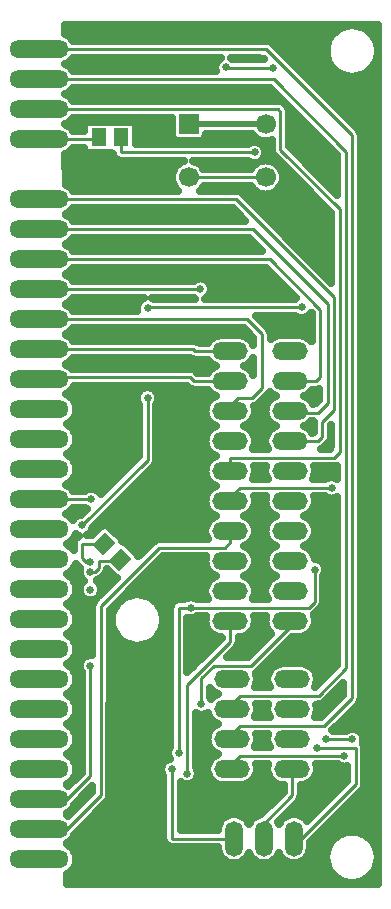
<source format=gbr>
G04 DipTrace 3.2.0.1*
G04 Top.gbr*
%MOIN*%
G04 #@! TF.FileFunction,Copper,L1,Top*
G04 #@! TF.Part,Single*
%AMOUTLINE0*
4,1,4,
-0.038974,-0.002783,
0.002783,0.038974,
0.038974,0.002783,
-0.002783,-0.038974,
-0.038974,-0.002783,
0*%
%AMOUTLINE3*
4,1,4,
-0.033465,-0.033465,
-0.033465,0.033465,
0.033465,0.033465,
0.033465,-0.033465,
-0.033465,-0.033465,
0*%
G04 #@! TA.AperFunction,Conductor*
%ADD13C,0.018992*%
%ADD14C,0.01*%
G04 #@! TA.AperFunction,CopperBalancing*
%ADD15C,0.025*%
%ADD16R,0.051181X0.059055*%
%ADD17O,0.19685X0.059055*%
G04 #@! TA.AperFunction,ComponentPad*
%ADD18O,0.11811X0.059055*%
%ADD19O,0.059055X0.11811*%
%ADD20C,0.066929*%
%ADD42OUTLINE0*%
G04 #@! TA.AperFunction,ComponentPad*
%ADD45OUTLINE3*%
%FSLAX26Y26*%
G04*
G70*
G90*
G75*
G01*
G04 Top*
%LPD*%
X1057354Y2971496D2*
D13*
X1313260D1*
X1194840Y1815367D2*
D14*
Y1859896D1*
X1541059D1*
X1561059Y1879896D1*
Y2687818D1*
X1362110Y2886766D1*
Y3013975D1*
X1354608Y3021478D1*
X557228D1*
X1476374Y1487294D2*
Y1379782D1*
X1456374Y1359782D1*
X1063898D1*
X1482965Y893814D2*
X1613546D1*
Y771727D1*
X1432315Y590496D1*
X1407318D1*
X1063898Y1359782D2*
X1023898D1*
Y875818D1*
X1276081Y2877756D2*
X832189D1*
Y2927751D1*
X729280Y1478507D2*
X744280D1*
X756780Y1491007D1*
Y1517319D1*
X827484D1*
Y1520198D1*
X729280Y1513507D2*
X714283D1*
X701783Y1526007D1*
Y1573092D1*
X774591D1*
X757386Y2927751D2*
Y2921478D1*
X557228D1*
X1001110Y821722D2*
Y590496D1*
X1207339D1*
X1201388Y921794D2*
Y940461D1*
X1227252Y966324D1*
X1508472D1*
X1601059Y1058911D1*
Y2934963D1*
X1314545Y3221478D1*
X557228D1*
X1307328Y590496D2*
Y640491D1*
X1401408Y734571D1*
Y821783D1*
X1201388Y1021804D2*
Y1040450D1*
X1227270Y1066332D1*
X1489743D1*
X1581059Y1157648D1*
Y2879971D1*
X1339552Y3121478D1*
X557228D1*
X1394819Y1915315D2*
X1488815D1*
X1501694Y1928194D1*
Y1978189D1*
X1541059Y2017554D1*
Y2395026D1*
X1214608Y2721478D1*
X557228D1*
X1394819Y2015325D2*
Y2009436D1*
X1489196D1*
X1521059Y2041299D1*
Y2371281D1*
X1270862Y2621478D1*
X557228D1*
X1394819Y2115336D2*
X1482608D1*
X1494810Y2127538D1*
Y2353785D1*
X1327117Y2521478D1*
X557228D1*
Y2421478D2*
X1095487D1*
Y2421892D1*
X1194799Y2015325D2*
Y2033756D1*
X1220899Y2059856D1*
X1268539D1*
X1301079Y2092395D1*
Y2271570D1*
X1251171Y2321478D1*
X557228D1*
X1194799Y2215346D2*
X1077056D1*
X1070925Y2221478D1*
X557228D1*
X1194799Y2115336D2*
X1074146D1*
X1061647Y2127835D1*
X557228D1*
Y2121478D1*
X728528Y1166344D2*
Y798815D1*
X651190Y721478D1*
X557228D1*
X1194799Y1615283D2*
Y1577554D1*
X1177046Y1559801D1*
X958319D1*
X764272Y1365753D1*
Y734570D1*
X651180Y621478D1*
X557228D1*
X1533563Y1759824D2*
X1227085D1*
X1194799Y1727538D1*
Y1715294D1*
X1575150Y866312D2*
X1227230D1*
X1201388Y840471D1*
Y821783D1*
X1098898Y1038832D2*
Y1125440D1*
X1139802Y1166344D1*
X1264789D1*
X1394819Y1296374D1*
Y1315252D1*
X1051398Y806474D2*
Y1102937D1*
X1194801Y1246340D1*
Y1315252D1*
X1339211Y3159315D2*
X1181488D1*
Y3161478D1*
X1515150Y921793D2*
X1602650D1*
X732388Y1721627D2*
X557228D1*
X1313260Y2794331D2*
X1057354D1*
X919869Y2059092D2*
Y1852566D1*
X701778Y1634475D1*
X1433066Y2361478D2*
X920505D1*
Y2359399D1*
X1313260Y2794331D2*
D3*
D15*
X1095487Y2421892D3*
X728528Y1166344D3*
X1533563Y1759824D3*
X1575150Y866312D3*
X1098898Y1038832D3*
X1051398Y806474D3*
X1181488Y3161478D3*
X1339211Y3159315D3*
X1602650Y921793D3*
X1515150D3*
X732388Y1721627D3*
X701778Y1634475D3*
X919869Y2059092D3*
X920505Y2359399D3*
X1433066Y2361478D3*
X1001110Y821722D3*
X1063898Y1359782D3*
X1023898Y875818D3*
X1482965Y893814D3*
X1276081Y2877756D3*
X1476374Y1487294D3*
X729280Y1420723D3*
Y1478507D3*
Y1513507D3*
X647489Y3277841D2*
X1540526D1*
X1662832D2*
X1686037D1*
X671280Y3252972D2*
X1522261D1*
X1350711Y3228104D2*
X1514546D1*
X1375579Y3203235D2*
X1514546D1*
X659510Y3178366D2*
X1147200D1*
X1400447D2*
X1522154D1*
X670885Y3153497D2*
X1143898D1*
X1425314D2*
X1540311D1*
X1663047D2*
X1686037D1*
X1450182Y3128629D2*
X1686037D1*
X1475050Y3103760D2*
X1686037D1*
X660228Y3078891D2*
X1339324D1*
X1499953D2*
X1686037D1*
X670490Y3054022D2*
X1364191D1*
X1524821D2*
X1686037D1*
X1549689Y3029154D2*
X1686037D1*
X1393126Y3004285D2*
X1413927D1*
X1574557D2*
X1686037D1*
X660909Y2979416D2*
X705788D1*
X883786D2*
X997886D1*
X1393126D2*
X1438795D1*
X1599424D2*
X1686037D1*
X670096Y2954547D2*
X705788D1*
X883786D2*
X997886D1*
X1393126D2*
X1463662D1*
X1624256D2*
X1686037D1*
X883786Y2929678D2*
X999429D1*
X1115275D2*
X1272077D1*
X1393126D2*
X1488530D1*
X1632043D2*
X1686037D1*
X1302339Y2904810D2*
X1331106D1*
X1393126D2*
X1513398D1*
X1632043D2*
X1686037D1*
X661591Y2879941D2*
X705788D1*
X1314504D2*
X1331932D1*
X1411750D2*
X1538301D1*
X1632043D2*
X1686037D1*
X648386Y2855072D2*
X812436D1*
X1306538D2*
X1350986D1*
X1436618D2*
X1550072D1*
X1632043D2*
X1686037D1*
X648458Y2830203D2*
X1010589D1*
X1104115D2*
X1266515D1*
X1360005D2*
X1375854D1*
X1461486D2*
X1550072D1*
X1632043D2*
X1686037D1*
X648493Y2805335D2*
X998962D1*
X1371667D2*
X1400722D1*
X1486353D2*
X1550072D1*
X1632043D2*
X1686037D1*
X648565Y2780466D2*
X999608D1*
X1371022D2*
X1425589D1*
X1511221D2*
X1550072D1*
X1632043D2*
X1686037D1*
X669234Y2755597D2*
X1013101D1*
X1101639D2*
X1268991D1*
X1357529D2*
X1450457D1*
X1536089D2*
X1550072D1*
X1632043D2*
X1686037D1*
X1248154Y2730728D2*
X1475361D1*
X1632043D2*
X1686037D1*
X1273022Y2705860D2*
X1500228D1*
X1632043D2*
X1686037D1*
X662883Y2680991D2*
X1212294D1*
X1297890D2*
X1525096D1*
X1632043D2*
X1686037D1*
X668768Y2656122D2*
X1237161D1*
X1322757D2*
X1530048D1*
X1632043D2*
X1686037D1*
X1347625Y2631253D2*
X1530048D1*
X1632043D2*
X1686037D1*
X1372493Y2606385D2*
X1530048D1*
X1632043D2*
X1686037D1*
X663493Y2581516D2*
X1268022D1*
X1397361D2*
X1530048D1*
X1632043D2*
X1686037D1*
X668301Y2556647D2*
X1292890D1*
X1422228D2*
X1530048D1*
X1632043D2*
X1686037D1*
X1447096Y2531778D2*
X1530048D1*
X1632043D2*
X1686037D1*
X1471964Y2506909D2*
X1530048D1*
X1632043D2*
X1686037D1*
X664067Y2482041D2*
X1323750D1*
X1496867D2*
X1530048D1*
X1632043D2*
X1686037D1*
X667835Y2457172D2*
X1085838D1*
X1105135D2*
X1348618D1*
X1521735D2*
X1530042D1*
X1632043D2*
X1686037D1*
X1132463Y2432303D2*
X1373485D1*
X1632043D2*
X1686037D1*
X1130956Y2407434D2*
X1398353D1*
X1632043D2*
X1686037D1*
X664641Y2382566D2*
X890448D1*
X1632043D2*
X1686037D1*
X667368Y2357697D2*
X882051D1*
X1632043D2*
X1686037D1*
X1282639Y2332828D2*
X1408760D1*
X1632043D2*
X1686037D1*
X1307507Y2307959D2*
X1463806D1*
X1632043D2*
X1686037D1*
X665215Y2283091D2*
X1246742D1*
X1329647D2*
X1463806D1*
X1632043D2*
X1686037D1*
X666866Y2258222D2*
X1131554D1*
X1258022D2*
X1270067D1*
X1632043D2*
X1686037D1*
X1632043Y2233353D2*
X1686037D1*
X1632043Y2208484D2*
X1686037D1*
X665754Y2183615D2*
X1120287D1*
X1632043D2*
X1686037D1*
X666364Y2158747D2*
X1132308D1*
X1257269D2*
X1270067D1*
X1632043D2*
X1686037D1*
X1632043Y2133878D2*
X1686037D1*
X1632043Y2109009D2*
X1686037D1*
X666292Y2084140D2*
X891525D1*
X948234D2*
X1119892D1*
X1469739D2*
X1490073D1*
X1632043D2*
X1686037D1*
X669988Y2059272D2*
X881370D1*
X958353D2*
X1133097D1*
X1310772D2*
X1333116D1*
X1456534D2*
X1490073D1*
X1632043D2*
X1686037D1*
X683122Y2034403D2*
X888869D1*
X950854D2*
X1113289D1*
X1283859D2*
X1313308D1*
X1632043D2*
X1686037D1*
X683373Y2009534D2*
X888869D1*
X950854D2*
X1110060D1*
X1279553D2*
X1310078D1*
X1632043D2*
X1686037D1*
X670849Y1984665D2*
X888869D1*
X950854D2*
X1119497D1*
X1270079D2*
X1319516D1*
X1632043D2*
X1686037D1*
X669486Y1959797D2*
X888869D1*
X950854D2*
X1133887D1*
X1255690D2*
X1333941D1*
X1455708D2*
X1470696D1*
X1632043D2*
X1686037D1*
X683014Y1934928D2*
X888869D1*
X950854D2*
X1113504D1*
X1276108D2*
X1313523D1*
X1632043D2*
X1686037D1*
X683480Y1910059D2*
X888869D1*
X950854D2*
X1109988D1*
X1279589D2*
X1310042D1*
X1632043D2*
X1686037D1*
X671316Y1885190D2*
X888869D1*
X950854D2*
X1119138D1*
X1632043D2*
X1686037D1*
X668983Y1860322D2*
X884815D1*
X950854D2*
X1134676D1*
X1632043D2*
X1686037D1*
X682870Y1835453D2*
X859947D1*
X945148D2*
X1113720D1*
X1632043D2*
X1686037D1*
X683588Y1810584D2*
X835079D1*
X920675D2*
X1109988D1*
X1279696D2*
X1309970D1*
X1479679D2*
X1550072D1*
X1632043D2*
X1686037D1*
X671746Y1785715D2*
X810211D1*
X895807D2*
X1118851D1*
X1632043D2*
X1686037D1*
X664139Y1760846D2*
X785344D1*
X870939D2*
X1135609D1*
X1632043D2*
X1686037D1*
X846072Y1735978D2*
X1113935D1*
X1632043D2*
X1686037D1*
X821204Y1711109D2*
X1109916D1*
X1279696D2*
X1309935D1*
X1479715D2*
X1550072D1*
X1632043D2*
X1686037D1*
X668266Y1686240D2*
X710740D1*
X796336D2*
X1118421D1*
X1271192D2*
X1318439D1*
X1471210D2*
X1550072D1*
X1632043D2*
X1686037D1*
X771469Y1661371D2*
X1136542D1*
X1253070D2*
X1336561D1*
X1453089D2*
X1550072D1*
X1632043D2*
X1686037D1*
X746601Y1636503D2*
X1114186D1*
X1275426D2*
X1314205D1*
X1475444D2*
X1550072D1*
X1632043D2*
X1686037D1*
X732104Y1611634D2*
X741182D1*
X813525D2*
X1109880D1*
X1279732D2*
X1309899D1*
X1479751D2*
X1550072D1*
X1632043D2*
X1686037D1*
X836885Y1586765D2*
X946607D1*
X1271551D2*
X1318080D1*
X1471569D2*
X1550072D1*
X1632043D2*
X1686037D1*
X863260Y1561896D2*
X917613D1*
X1252101D2*
X1337529D1*
X1452120D2*
X1550072D1*
X1632043D2*
X1686037D1*
X1275175Y1537028D2*
X1314420D1*
X1475193D2*
X1550072D1*
X1632043D2*
X1686037D1*
X953473Y1512159D2*
X1109844D1*
X1279768D2*
X1309863D1*
X1504905D2*
X1550072D1*
X1632043D2*
X1686037D1*
X673002Y1487290D2*
X691865D1*
X928605D2*
X1117739D1*
X1271874D2*
X1317757D1*
X1514881D2*
X1550072D1*
X1632043D2*
X1686037D1*
X666866Y1462421D2*
X694557D1*
X771002D2*
X808094D1*
X903738D2*
X1138516D1*
X1251061D2*
X1338534D1*
X1507381D2*
X1550072D1*
X1632043D2*
X1686037D1*
X682296Y1437552D2*
X694951D1*
X763610D2*
X793274D1*
X878870D2*
X1114653D1*
X1274960D2*
X1314671D1*
X1507381D2*
X1550072D1*
X1632043D2*
X1686037D1*
X683947Y1412684D2*
X691686D1*
X854002D2*
X1109808D1*
X1279804D2*
X1309827D1*
X1507381D2*
X1550072D1*
X1632043D2*
X1686037D1*
X673397Y1387815D2*
X712176D1*
X939012D2*
X1016258D1*
X1507381D2*
X1550072D1*
X1632043D2*
X1686037D1*
X666292Y1362946D2*
X733276D1*
X961655D2*
X993077D1*
X1501855D2*
X1550072D1*
X1632043D2*
X1686037D1*
X682117Y1338077D2*
X733276D1*
X971702D2*
X992898D1*
X1477346D2*
X1550072D1*
X1632043D2*
X1686037D1*
X684019Y1313209D2*
X733276D1*
X973676D2*
X992898D1*
X1054882D2*
X1109773D1*
X1279804D2*
X1309791D1*
X1479822D2*
X1550072D1*
X1632043D2*
X1686037D1*
X673792Y1288340D2*
X733276D1*
X795260D2*
X803414D1*
X968222D2*
X992898D1*
X1054882D2*
X1117093D1*
X1272519D2*
X1317111D1*
X1472538D2*
X1550072D1*
X1632043D2*
X1686037D1*
X665718Y1263471D2*
X733276D1*
X795260D2*
X818178D1*
X953473D2*
X992898D1*
X1054882D2*
X1151326D1*
X1238250D2*
X1319121D1*
X1438268D2*
X1550072D1*
X1632043D2*
X1686037D1*
X681973Y1238602D2*
X733276D1*
X795260D2*
X853811D1*
X917840D2*
X992898D1*
X1054882D2*
X1144257D1*
X1224722D2*
X1294253D1*
X1379849D2*
X1550072D1*
X1632043D2*
X1686037D1*
X684091Y1213734D2*
X733276D1*
X795260D2*
X992898D1*
X1054882D2*
X1119389D1*
X1204985D2*
X1269385D1*
X1354981D2*
X1550072D1*
X1632043D2*
X1686037D1*
X674186Y1188865D2*
X697930D1*
X795260D2*
X992898D1*
X1054882D2*
X1094522D1*
X1330114D2*
X1550072D1*
X1632043D2*
X1686037D1*
X665108Y1163996D2*
X690107D1*
X795260D2*
X992898D1*
X1054882D2*
X1069654D1*
X1305246D2*
X1337242D1*
X1465576D2*
X1544617D1*
X1632043D2*
X1686037D1*
X681794Y1139127D2*
X697535D1*
X795260D2*
X992898D1*
X1283536D2*
X1319264D1*
X1483554D2*
X1519749D1*
X1632043D2*
X1686037D1*
X684162Y1114259D2*
X697535D1*
X795260D2*
X992898D1*
X1285904D2*
X1316896D1*
X1485923D2*
X1494846D1*
X1632043D2*
X1686037D1*
X674545Y1089390D2*
X697535D1*
X795260D2*
X992898D1*
X1555610D2*
X1570059D1*
X1632043D2*
X1686037D1*
X664462Y1064521D2*
X697535D1*
X795260D2*
X992898D1*
X1129880D2*
X1137958D1*
X1530742D2*
X1563851D1*
X1632043D2*
X1686037D1*
X681615Y1039652D2*
X697535D1*
X795260D2*
X992898D1*
X1502250D2*
X1538983D1*
X1624579D2*
X1686037D1*
X684234Y1014783D2*
X697535D1*
X795260D2*
X992898D1*
X1285976D2*
X1316824D1*
X1485994D2*
X1514116D1*
X1599747D2*
X1686037D1*
X674904Y989915D2*
X697535D1*
X795260D2*
X992898D1*
X1082405D2*
X1126997D1*
X1574880D2*
X1686037D1*
X663852Y965046D2*
X697535D1*
X795260D2*
X992898D1*
X1082405D2*
X1138695D1*
X1550012D2*
X1686037D1*
X681435Y940177D2*
X697535D1*
X795260D2*
X992898D1*
X1082405D2*
X1119605D1*
X1636098D2*
X1686037D1*
X684306Y915308D2*
X697535D1*
X795260D2*
X992898D1*
X1082405D2*
X1116734D1*
X1286048D2*
X1316753D1*
X1640548D2*
X1686037D1*
X675263Y890440D2*
X697535D1*
X795260D2*
X988484D1*
X1082405D2*
X1126602D1*
X1644531D2*
X1686037D1*
X663170Y865571D2*
X697535D1*
X795260D2*
X986869D1*
X1082405D2*
X1139449D1*
X1644531D2*
X1686037D1*
X681256Y840702D2*
X697535D1*
X795260D2*
X968030D1*
X1082405D2*
X1119820D1*
X1644531D2*
X1686037D1*
X684378Y815833D2*
X697535D1*
X795260D2*
X963078D1*
X1088649D2*
X1116662D1*
X1286120D2*
X1316681D1*
X1486138D2*
X1582547D1*
X1644531D2*
X1686037D1*
X795260Y790965D2*
X970111D1*
X1086388D2*
X1126207D1*
X1276574D2*
X1326226D1*
X1476593D2*
X1582547D1*
X1644531D2*
X1686037D1*
X795260Y766096D2*
X970111D1*
X1032095D2*
X1370399D1*
X1432419D2*
X1565107D1*
X1643993D2*
X1686037D1*
X713731Y741227D2*
X728108D1*
X795260D2*
X970111D1*
X1032095D2*
X1365268D1*
X1432419D2*
X1540239D1*
X1625835D2*
X1686037D1*
X688863Y716358D2*
X703241D1*
X788693D2*
X970111D1*
X1032095D2*
X1340400D1*
X1425817D2*
X1515371D1*
X1600967D2*
X1686037D1*
X764005Y691490D2*
X970111D1*
X1032095D2*
X1315532D1*
X1401128D2*
X1490504D1*
X1576100D2*
X1686037D1*
X739137Y666621D2*
X970111D1*
X1032095D2*
X1179531D1*
X1235164D2*
X1279505D1*
X1435111D2*
X1465636D1*
X1551232D2*
X1686037D1*
X714269Y641752D2*
X970111D1*
X1032095D2*
X1156458D1*
X1526364D2*
X1686037D1*
X689401Y616883D2*
X970111D1*
X1501496D2*
X1686037D1*
X672715Y592014D2*
X970111D1*
X1476629D2*
X1541782D1*
X1660284D2*
X1686037D1*
X661053Y567146D2*
X982276D1*
X1462849D2*
X1522477D1*
X680646Y542277D2*
X1155202D1*
X1459440D2*
X1514187D1*
X684485Y517408D2*
X1174615D1*
X1240080D2*
X1274589D1*
X1340053D2*
X1374562D1*
X1440063D2*
X1513649D1*
X676591Y492539D2*
X1520682D1*
X653553Y467671D2*
X1537907D1*
X1664195D2*
X1686037D1*
X653625Y442802D2*
X1590872D1*
X1611243D2*
X1686037D1*
X717482Y2980778D2*
X881280D1*
Y2906247D1*
X1254079Y2906256D1*
X1259738Y2909832D1*
X1264957Y2911994D1*
X1270450Y2913313D1*
X1276081Y2913756D1*
X1281713Y2913313D1*
X1287206Y2911994D1*
X1292425Y2909832D1*
X1297242Y2906881D1*
X1301537Y2903212D1*
X1305206Y2898916D1*
X1308158Y2894100D1*
X1310319Y2888881D1*
X1311638Y2883388D1*
X1312081Y2877756D1*
X1311638Y2872124D1*
X1310319Y2866631D1*
X1308158Y2861412D1*
X1305206Y2856596D1*
X1301537Y2852300D1*
X1297961Y2849199D1*
X1304349Y2850594D1*
X1313260Y2851295D1*
X1322171Y2850594D1*
X1330863Y2848507D1*
X1339121Y2845087D1*
X1346743Y2840416D1*
X1353540Y2834611D1*
X1359345Y2827814D1*
X1364016Y2820192D1*
X1367436Y2811934D1*
X1369523Y2803242D1*
X1370224Y2794331D1*
X1369523Y2785419D1*
X1367436Y2776728D1*
X1364016Y2768469D1*
X1359345Y2760848D1*
X1353540Y2754051D1*
X1346743Y2748245D1*
X1339121Y2743575D1*
X1330863Y2740154D1*
X1322171Y2738067D1*
X1313260Y2737366D1*
X1304349Y2738067D1*
X1295657Y2740154D1*
X1287398Y2743575D1*
X1279777Y2748245D1*
X1272980Y2754051D1*
X1267175Y2760848D1*
X1263981Y2765832D1*
X1106675Y2765831D1*
X1103440Y2760848D1*
X1097634Y2754051D1*
X1093046Y2749987D1*
X1216844Y2749890D1*
X1221261Y2749190D1*
X1225514Y2747808D1*
X1229499Y2745778D1*
X1233117Y2743149D1*
X1299717Y2676673D1*
X1532574Y2443816D1*
X1532559Y2675987D1*
X1340439Y2868257D1*
X1337810Y2871875D1*
X1335780Y2875860D1*
X1334398Y2880113D1*
X1333698Y2884530D1*
X1333610Y2918309D1*
X1326558Y2916105D1*
X1317729Y2914707D1*
X1308790D1*
X1299962Y2916105D1*
X1291460Y2918868D1*
X1283496Y2922926D1*
X1276264Y2928180D1*
X1269944Y2934501D1*
X1266854Y2938493D1*
X1114354Y2938500D1*
X1114030Y2934355D1*
X1112530Y2929038D1*
X1109831Y2924219D1*
X1106081Y2920162D1*
X1101488Y2917093D1*
X1096305Y2915181D1*
X1090819Y2914531D1*
X1022046Y2914604D1*
X1016628Y2915682D1*
X1011611Y2917994D1*
X1007273Y2921414D1*
X1003853Y2925753D1*
X1001540Y2930770D1*
X1000462Y2936188D1*
X1000390Y2992970D1*
X670834Y2992978D1*
X666448Y2987039D1*
X660565Y2981155D1*
X653833Y2976264D1*
X646419Y2972487D1*
X645641Y2972200D1*
X646419Y2970469D1*
X653833Y2966691D1*
X660565Y2961800D1*
X666448Y2955916D1*
X670806Y2949982D1*
X708265Y2949978D1*
X708295Y2980778D1*
X717482D1*
X783116Y2874723D2*
X708295D1*
Y2892988D1*
X670869Y2892978D1*
X666448Y2887039D1*
X660565Y2881155D1*
X653833Y2876264D1*
X645854Y2872278D1*
X646078Y2770624D1*
X653833Y2766691D1*
X660565Y2761800D1*
X666448Y2755916D1*
X670806Y2749982D1*
X1021606Y2749978D1*
X1017074Y2754051D1*
X1011269Y2760848D1*
X1006599Y2768469D1*
X1003178Y2776728D1*
X1001091Y2785419D1*
X1000390Y2794331D1*
X1001091Y2803242D1*
X1003178Y2811934D1*
X1006599Y2820192D1*
X1011269Y2827814D1*
X1017074Y2834611D1*
X1023871Y2840416D1*
X1031493Y2845087D1*
X1039751Y2848507D1*
X1042391Y2849252D1*
X829953Y2849344D1*
X825536Y2850043D1*
X821282Y2851425D1*
X817298Y2853456D1*
X813680Y2856084D1*
X810517Y2859247D1*
X807889Y2862865D1*
X805858Y2866849D1*
X804476Y2871103D1*
X804039Y2873306D1*
X798602Y2874723D1*
X783098Y2874759D1*
X733691Y1601617D2*
X762112Y1629935D1*
X766705Y1633004D1*
X771888Y1634916D1*
X777374Y1635566D1*
X782860Y1634916D1*
X788043Y1633004D1*
X792636Y1629935D1*
X831434Y1591137D1*
X834503Y1586544D1*
X835916Y1583130D1*
X837530Y1581522D1*
X842546Y1579209D1*
X846885Y1575789D1*
X884328Y1538244D1*
X887397Y1533650D1*
X888172Y1531968D1*
X893521Y1535308D1*
X939810Y1581472D1*
X943428Y1584101D1*
X947412Y1586131D1*
X951666Y1587513D1*
X956083Y1588213D1*
X1050182Y1588301D1*
X1119618D1*
X1116281Y1594991D1*
X1113709Y1602904D1*
X1112408Y1611123D1*
Y1619444D1*
X1113709Y1627663D1*
X1116281Y1635576D1*
X1120058Y1642990D1*
X1124949Y1649722D1*
X1130833Y1655606D1*
X1137565Y1660497D1*
X1144979Y1664275D1*
X1147680Y1665271D1*
X1141198Y1668046D1*
X1134103Y1672394D1*
X1127776Y1677798D1*
X1122371Y1684125D1*
X1118024Y1691220D1*
X1114839Y1698908D1*
X1112897Y1706999D1*
X1112244Y1715294D1*
X1112897Y1723589D1*
X1114839Y1731680D1*
X1118024Y1739368D1*
X1122371Y1746463D1*
X1127776Y1752790D1*
X1134103Y1758194D1*
X1141198Y1762542D1*
X1147771Y1765315D1*
X1141238Y1768120D1*
X1134144Y1772467D1*
X1127816Y1777871D1*
X1122412Y1784199D1*
X1118064Y1791293D1*
X1114880Y1798981D1*
X1112938Y1807072D1*
X1112285Y1815367D1*
X1112938Y1823663D1*
X1114880Y1831754D1*
X1118064Y1839441D1*
X1122412Y1846536D1*
X1127816Y1852864D1*
X1134144Y1858268D1*
X1141238Y1862615D1*
X1147598Y1865310D1*
X1141198Y1868067D1*
X1134103Y1872415D1*
X1127776Y1877819D1*
X1122371Y1884146D1*
X1118024Y1891241D1*
X1114839Y1898929D1*
X1112897Y1907020D1*
X1112244Y1915315D1*
X1112897Y1923610D1*
X1114839Y1931701D1*
X1118024Y1939389D1*
X1122371Y1946484D1*
X1127776Y1952811D1*
X1134103Y1958215D1*
X1141198Y1962563D1*
X1147680Y1965302D1*
X1141198Y1968078D1*
X1134103Y1972425D1*
X1127776Y1977829D1*
X1122371Y1984157D1*
X1118024Y1991251D1*
X1114839Y1998939D1*
X1112897Y2007030D1*
X1112244Y2015325D1*
X1112897Y2023621D1*
X1114839Y2031712D1*
X1118024Y2039399D1*
X1122371Y2046494D1*
X1127776Y2052822D1*
X1134103Y2058226D1*
X1141198Y2062573D1*
X1147680Y2065313D1*
X1141198Y2068088D1*
X1134103Y2072436D1*
X1127776Y2077840D1*
X1122371Y2084167D1*
X1120591Y2086831D1*
X1071910Y2086924D1*
X1067492Y2087623D1*
X1063239Y2089005D1*
X1059254Y2091036D1*
X1055636Y2093664D1*
X1049843Y2099333D1*
X674277Y2099335D1*
X671339Y2093771D1*
X666448Y2087039D1*
X660565Y2081155D1*
X653833Y2076264D1*
X647822Y2073133D1*
X655396Y2069242D1*
X662508Y2064075D1*
X668724Y2057860D1*
X673891Y2050748D1*
X677881Y2042915D1*
X680598Y2034555D1*
X681973Y2025873D1*
Y2017082D1*
X680598Y2008400D1*
X677881Y2000040D1*
X673891Y1992207D1*
X668724Y1985096D1*
X662508Y1978880D1*
X655396Y1973713D1*
X651558Y1971392D1*
X659054Y1966799D1*
X665738Y1961090D1*
X671447Y1954405D1*
X676040Y1946910D1*
X679404Y1938789D1*
X681456Y1930241D1*
X682146Y1921478D1*
X681456Y1912714D1*
X679404Y1904167D1*
X676040Y1896045D1*
X671447Y1888550D1*
X665738Y1881866D1*
X659054Y1876157D1*
X651387Y1871485D1*
X659054Y1866799D1*
X665738Y1861090D1*
X671447Y1854405D1*
X676040Y1846910D1*
X679404Y1838789D1*
X681456Y1830241D1*
X682146Y1821478D1*
X681456Y1812714D1*
X679404Y1804167D1*
X676040Y1796045D1*
X671447Y1788550D1*
X665738Y1781866D1*
X659054Y1776157D1*
X651558Y1771564D1*
X648235Y1770032D1*
X653833Y1766691D1*
X660565Y1761800D1*
X666448Y1755916D1*
X670716Y1750118D1*
X710418Y1750127D1*
X716045Y1753704D1*
X721264Y1755865D1*
X726757Y1757184D1*
X732388Y1757627D1*
X738020Y1757184D1*
X743513Y1755865D1*
X748732Y1753704D1*
X753549Y1750752D1*
X757844Y1747083D1*
X761513Y1742788D1*
X764626Y1737620D1*
X891392Y1864394D1*
X891369Y2037118D1*
X887793Y2042748D1*
X885631Y2047967D1*
X884312Y2053460D1*
X883869Y2059092D1*
X884312Y2064724D1*
X885631Y2070216D1*
X887793Y2075436D1*
X890744Y2080252D1*
X894413Y2084548D1*
X898708Y2088216D1*
X903525Y2091168D1*
X908744Y2093330D1*
X914237Y2094649D1*
X919869Y2095092D1*
X925500Y2094649D1*
X930993Y2093330D1*
X936212Y2091168D1*
X941029Y2088216D1*
X945325Y2084548D1*
X948993Y2080252D1*
X951945Y2075436D1*
X954107Y2070216D1*
X955426Y2064724D1*
X955869Y2059092D1*
X955426Y2053460D1*
X954107Y2047967D1*
X951945Y2042748D1*
X948371Y2037143D1*
X948281Y1850330D1*
X947581Y1845912D1*
X946199Y1841659D1*
X944169Y1837674D1*
X941540Y1834056D1*
X875064Y1767456D1*
X737461Y1629853D1*
X736016Y1623350D1*
X733854Y1618131D1*
X730903Y1613315D1*
X727234Y1609019D1*
X722938Y1605350D1*
X718122Y1602399D1*
X716367Y1601590D1*
X733685Y1601592D1*
X735762Y1603688D1*
X801588Y1471103D2*
X785070Y1487622D1*
X783885Y1482200D1*
X782173Y1478068D1*
X779837Y1474255D1*
X776926Y1470848D1*
X762789Y1456835D1*
X759171Y1454206D1*
X755186Y1452176D1*
X752660Y1451132D1*
X750743Y1449621D1*
X754735Y1446179D1*
X758404Y1441883D1*
X761356Y1437067D1*
X763518Y1431848D1*
X764836Y1426355D1*
X765280Y1420723D1*
X764836Y1415091D1*
X763518Y1409598D1*
X761356Y1404379D1*
X759674Y1401463D1*
X817171Y1458958D1*
X812422Y1461187D1*
X808084Y1464607D1*
X801588Y1471103D1*
X681973Y517082D2*
X680598Y508400D1*
X677881Y500040D1*
X673891Y492207D1*
X668724Y485096D1*
X662508Y478880D1*
X655396Y473713D1*
X651043Y471326D1*
X651121Y440526D1*
X1688512Y440513D1*
X1688537Y3302731D1*
X644929Y3302710D1*
X644995Y3271064D1*
X650200Y3268726D1*
X657295Y3264378D1*
X663622Y3258974D1*
X669026Y3252647D1*
X670806Y3249982D1*
X1316781Y3249890D1*
X1321198Y3249190D1*
X1325451Y3247808D1*
X1329436Y3245778D1*
X1333054Y3243149D1*
X1399655Y3176673D1*
X1622731Y2953473D1*
X1625359Y2949854D1*
X1627390Y2945870D1*
X1628772Y2941616D1*
X1629471Y2937199D1*
X1629559Y2843100D1*
X1629471Y1056675D1*
X1628772Y1052258D1*
X1627390Y1048004D1*
X1625359Y1044020D1*
X1622731Y1040401D1*
X1556254Y973801D1*
X1534560Y952106D1*
X1537099Y950295D1*
X1580638Y950293D1*
X1586306Y953869D1*
X1591525Y956031D1*
X1597018Y957349D1*
X1602650Y957793D1*
X1608281Y957349D1*
X1613774Y956031D1*
X1618993Y953869D1*
X1623810Y950917D1*
X1628105Y947248D1*
X1631774Y942953D1*
X1634726Y938136D1*
X1636888Y932917D1*
X1638206Y927424D1*
X1638650Y921793D1*
X1638206Y916161D1*
X1636769Y910347D1*
X1638940Y906752D1*
X1640651Y902621D1*
X1641695Y898272D1*
X1642046Y893814D1*
X1641958Y769491D1*
X1641259Y765074D1*
X1639877Y760821D1*
X1637846Y756836D1*
X1635218Y753218D1*
X1568741Y686617D1*
X1460369Y578245D1*
X1460182Y556808D1*
X1458880Y548589D1*
X1456309Y540676D1*
X1452531Y533262D1*
X1447640Y526530D1*
X1441756Y520646D1*
X1435024Y515755D1*
X1427610Y511977D1*
X1419697Y509406D1*
X1411478Y508104D1*
X1403157D1*
X1394939Y509406D1*
X1387025Y511977D1*
X1379611Y515755D1*
X1372879Y520646D1*
X1366995Y526530D1*
X1362104Y533262D1*
X1358327Y540676D1*
X1357341Y543346D1*
X1354576Y536894D1*
X1350228Y529800D1*
X1344824Y523472D1*
X1338497Y518068D1*
X1331402Y513721D1*
X1323715Y510536D1*
X1315623Y508594D1*
X1307328Y507941D1*
X1299033Y508594D1*
X1290942Y510536D1*
X1283254Y513721D1*
X1276159Y518068D1*
X1269832Y523472D1*
X1264428Y529800D1*
X1260080Y536894D1*
X1257352Y543346D1*
X1254586Y536894D1*
X1250239Y529800D1*
X1244835Y523472D1*
X1238507Y518068D1*
X1231413Y513721D1*
X1223725Y510536D1*
X1215634Y508594D1*
X1207339Y507941D1*
X1199043Y508594D1*
X1190952Y510536D1*
X1183265Y513721D1*
X1176170Y518068D1*
X1169842Y523472D1*
X1164438Y529800D1*
X1160091Y536894D1*
X1156906Y544582D1*
X1154964Y552673D1*
X1154312Y560985D1*
X1152220Y561996D1*
X998874Y562084D1*
X994457Y562784D1*
X990204Y564165D1*
X986219Y566196D1*
X982601Y568824D1*
X979439Y571987D1*
X976810Y575605D1*
X974780Y579590D1*
X973398Y583843D1*
X972698Y588260D1*
X972610Y682360D1*
Y799737D1*
X969034Y805378D1*
X966872Y810597D1*
X965553Y816090D1*
X965110Y821722D1*
X965553Y827353D1*
X966872Y832846D1*
X969034Y838065D1*
X971986Y842882D1*
X975654Y847178D1*
X979950Y850846D1*
X984767Y853798D1*
X989986Y855960D1*
X993203Y857008D1*
X990638Y862041D1*
X988892Y867414D1*
X988009Y872993D1*
Y878642D1*
X988892Y884222D1*
X990638Y889594D1*
X993203Y894628D1*
X995395Y897767D1*
X995485Y1362018D1*
X996185Y1366435D1*
X997567Y1370689D1*
X999597Y1374673D1*
X1002226Y1378291D1*
X1005388Y1381454D1*
X1009006Y1384082D1*
X1012991Y1386113D1*
X1017244Y1387495D1*
X1021662Y1388194D1*
X1041876Y1388282D1*
X1047554Y1391858D1*
X1052773Y1394020D1*
X1058266Y1395339D1*
X1063898Y1395782D1*
X1069529Y1395339D1*
X1075022Y1394020D1*
X1080241Y1391858D1*
X1085847Y1388285D1*
X1119626Y1388282D1*
X1116281Y1394970D1*
X1113709Y1402883D1*
X1112408Y1411102D1*
Y1419423D1*
X1113709Y1427642D1*
X1116281Y1435555D1*
X1120058Y1442969D1*
X1124949Y1449701D1*
X1130833Y1455585D1*
X1137565Y1460476D1*
X1144979Y1464254D1*
X1147680Y1465250D1*
X1141198Y1468025D1*
X1134103Y1472373D1*
X1127776Y1477777D1*
X1122371Y1484104D1*
X1118024Y1491199D1*
X1114839Y1498887D1*
X1112897Y1506978D1*
X1112244Y1515273D1*
X1112897Y1523568D1*
X1114738Y1531299D1*
X970102Y1531300D1*
X792760Y1353936D1*
X792684Y732333D1*
X791984Y727916D1*
X790602Y723663D1*
X788572Y719678D1*
X785943Y716060D1*
X719467Y649460D1*
X677169Y607161D1*
X675117Y601185D1*
X671339Y593771D1*
X666448Y587039D1*
X660565Y581155D1*
X653833Y576264D1*
X650839Y574587D1*
X651558Y571392D1*
X659054Y566799D1*
X665738Y561090D1*
X671447Y554405D1*
X676040Y546910D1*
X679404Y538789D1*
X681456Y530241D1*
X682146Y521478D1*
X681973Y517082D1*
X650640Y668479D2*
X655172Y665797D1*
X735796Y746399D1*
X735689Y765671D1*
X677204Y707186D1*
X675117Y701185D1*
X671339Y693771D1*
X666448Y687039D1*
X660565Y681155D1*
X653833Y676264D1*
X650612Y674460D1*
X650628Y668533D1*
X650413Y768606D2*
X655199Y765778D1*
X700029Y810622D1*
X700027Y1144344D1*
X696451Y1150000D1*
X694290Y1155219D1*
X692971Y1160712D1*
X692528Y1166344D1*
X692971Y1171975D1*
X694290Y1177468D1*
X696451Y1182687D1*
X699403Y1187504D1*
X703072Y1191800D1*
X707367Y1195468D1*
X712184Y1198420D1*
X717403Y1200582D1*
X722896Y1201901D1*
X728528Y1202344D1*
X734159Y1201901D1*
X735773Y1201580D1*
X735859Y1367989D1*
X736559Y1372407D1*
X737941Y1376660D1*
X739971Y1380645D1*
X742600Y1384263D1*
X744125Y1385912D1*
X743056Y1387463D1*
X737684Y1385718D1*
X732104Y1384834D1*
X726455D1*
X720875Y1385718D1*
X715503Y1387463D1*
X710470Y1390028D1*
X705899Y1393348D1*
X701905Y1397343D1*
X698584Y1401913D1*
X696020Y1406946D1*
X694274Y1412319D1*
X693391Y1417899D1*
Y1423548D1*
X694274Y1429127D1*
X696020Y1434500D1*
X698584Y1439533D1*
X701905Y1444103D1*
X705899Y1448098D1*
X707816Y1449608D1*
X703824Y1453051D1*
X700155Y1457346D1*
X697203Y1462163D1*
X695041Y1467382D1*
X693723Y1472875D1*
X693280Y1478507D1*
X693723Y1484138D1*
X695041Y1489631D1*
X695774Y1491835D1*
X681625Y1505860D1*
X679404Y1504167D1*
X676040Y1496045D1*
X671447Y1488550D1*
X665738Y1481866D1*
X659054Y1476157D1*
X651387Y1471485D1*
X659054Y1466799D1*
X665738Y1461090D1*
X671447Y1454405D1*
X676040Y1446910D1*
X679404Y1438789D1*
X681456Y1430241D1*
X682146Y1421478D1*
X681456Y1412714D1*
X679404Y1404167D1*
X676040Y1396045D1*
X671447Y1388550D1*
X665738Y1381866D1*
X659054Y1376157D1*
X651387Y1371485D1*
X659054Y1366799D1*
X665738Y1361090D1*
X671447Y1354405D1*
X676040Y1346910D1*
X679404Y1338789D1*
X681456Y1330241D1*
X682146Y1321478D1*
X681456Y1312714D1*
X679404Y1304167D1*
X676040Y1296045D1*
X671447Y1288550D1*
X665738Y1281866D1*
X659054Y1276157D1*
X651387Y1271485D1*
X659054Y1266799D1*
X665738Y1261090D1*
X671447Y1254405D1*
X676040Y1246910D1*
X679404Y1238789D1*
X681456Y1230241D1*
X682146Y1221478D1*
X681456Y1212714D1*
X679404Y1204167D1*
X676040Y1196045D1*
X671447Y1188550D1*
X665738Y1181866D1*
X659054Y1176157D1*
X651387Y1171485D1*
X659054Y1166799D1*
X665738Y1161090D1*
X671447Y1154405D1*
X676040Y1146910D1*
X679404Y1138789D1*
X681456Y1130241D1*
X682146Y1121478D1*
X681456Y1112714D1*
X679404Y1104167D1*
X676040Y1096045D1*
X671447Y1088550D1*
X665738Y1081866D1*
X659054Y1076157D1*
X651387Y1071485D1*
X659054Y1066799D1*
X665738Y1061090D1*
X671447Y1054405D1*
X676040Y1046910D1*
X679404Y1038789D1*
X681456Y1030241D1*
X682146Y1021478D1*
X681456Y1012714D1*
X679404Y1004167D1*
X676040Y996045D1*
X671447Y988550D1*
X665738Y981866D1*
X659054Y976157D1*
X651387Y971485D1*
X659054Y966799D1*
X665738Y961090D1*
X671447Y954405D1*
X676040Y946910D1*
X679404Y938789D1*
X681456Y930241D1*
X682146Y921478D1*
X681456Y912714D1*
X679404Y904167D1*
X676040Y896045D1*
X671447Y888550D1*
X665738Y881866D1*
X659054Y876157D1*
X651387Y871485D1*
X659054Y866799D1*
X665738Y861090D1*
X671447Y854405D1*
X676040Y846910D1*
X679404Y838789D1*
X681456Y830241D1*
X682146Y821478D1*
X681456Y812714D1*
X679404Y804167D1*
X676040Y796045D1*
X671447Y788550D1*
X665738Y781866D1*
X659054Y776157D1*
X651558Y771564D1*
X650419Y771039D1*
X650411Y768650D1*
X651387Y1571471D2*
X659054Y1566799D1*
X665738Y1561090D1*
X671447Y1554405D1*
X673289Y1551648D1*
X673371Y1575328D1*
X674071Y1579745D1*
X675453Y1583998D1*
X677483Y1587983D1*
X680112Y1591601D1*
X683274Y1594764D1*
X686892Y1597392D1*
X690885Y1599426D1*
X690654Y1600237D1*
X685435Y1602399D1*
X679933Y1605890D1*
X677881Y1600040D1*
X673891Y1592207D1*
X668724Y1585096D1*
X662508Y1578880D1*
X655396Y1573713D1*
X651387Y1571485D1*
X648453Y1672823D2*
X655396Y1669242D1*
X662508Y1664075D1*
X668724Y1657860D1*
X671628Y1654134D1*
X674404Y1657855D1*
X678398Y1661850D1*
X682968Y1665170D1*
X688002Y1667735D1*
X693374Y1669480D1*
X697144Y1670150D1*
X716363Y1689365D1*
X710439Y1693125D1*
X670919Y1693127D1*
X666448Y1687039D1*
X660565Y1681155D1*
X653833Y1676264D1*
X648442Y1673419D1*
X647379Y2170026D2*
X653833Y2166691D1*
X660565Y2161800D1*
X666062Y2156334D1*
X1063883Y2156247D1*
X1068300Y2155547D1*
X1072553Y2154165D1*
X1076538Y2152135D1*
X1080156Y2149506D1*
X1085950Y2143837D1*
X1120544Y2143836D1*
X1124949Y2149775D1*
X1130833Y2155658D1*
X1137565Y2160549D1*
X1144979Y2164327D1*
X1147680Y2165323D1*
X1141198Y2168099D1*
X1134103Y2172446D1*
X1127776Y2177850D1*
X1122371Y2184178D1*
X1120591Y2186842D1*
X1074820Y2186934D1*
X1070403Y2187634D1*
X1066150Y2189016D1*
X1062165Y2191046D1*
X1060298Y2192295D1*
X1052552Y2192978D1*
X670852D1*
X666448Y2187039D1*
X660565Y2181155D1*
X653833Y2176264D1*
X647379Y2172929D1*
X647172Y2270121D2*
X653833Y2266691D1*
X660565Y2261800D1*
X666448Y2255916D1*
X670806Y2249982D1*
X1073161Y2249890D1*
X1077578Y2249190D1*
X1081832Y2247808D1*
X1085816Y2245778D1*
X1087684Y2244529D1*
X1095429Y2243846D1*
X1120584D1*
X1124949Y2249785D1*
X1130833Y2255669D1*
X1137565Y2260560D1*
X1144979Y2264338D1*
X1152893Y2266909D1*
X1161111Y2268211D1*
X1192831Y2268374D1*
X1228487Y2268211D1*
X1236706Y2266909D1*
X1244620Y2264338D1*
X1252034Y2260560D1*
X1258765Y2255669D1*
X1264649Y2249785D1*
X1269540Y2243053D1*
X1272576Y2237249D1*
X1272579Y2259795D1*
X1239389Y2292954D1*
X670816Y2292978D1*
X666448Y2287039D1*
X660565Y2281155D1*
X653833Y2276264D1*
X647143Y2272820D1*
X646936Y2370230D2*
X653833Y2366691D1*
X660565Y2361800D1*
X666448Y2355916D1*
X670806Y2349982D1*
X885748Y2349978D1*
X884616Y2356574D1*
Y2362223D1*
X885500Y2367803D1*
X887246Y2373176D1*
X889810Y2378209D1*
X893131Y2382779D1*
X897125Y2386774D1*
X901695Y2390094D1*
X907588Y2392976D1*
X670869Y2392978D1*
X666448Y2387039D1*
X660565Y2381155D1*
X653833Y2376264D1*
X646936Y2372725D1*
X646729Y2470326D2*
X653833Y2466691D1*
X660565Y2461800D1*
X666448Y2455916D1*
X670806Y2449982D1*
X1072992Y2449978D1*
X1076677Y2452587D1*
X1081710Y2455152D1*
X1087083Y2456898D1*
X1092662Y2457781D1*
X1098311D1*
X1103891Y2456898D1*
X1109263Y2455152D1*
X1114297Y2452587D1*
X1118867Y2449267D1*
X1122861Y2445273D1*
X1126182Y2440702D1*
X1128747Y2435669D1*
X1130492Y2430296D1*
X1131376Y2424717D1*
Y2419068D1*
X1130492Y2413488D1*
X1128747Y2408116D1*
X1126182Y2403082D1*
X1122861Y2398512D1*
X1118867Y2394518D1*
X1114297Y2391197D1*
X1112110Y2389973D1*
X1411078Y2389978D1*
X1415441Y2392836D1*
X1315334Y2492955D1*
X670831Y2492978D1*
X666448Y2487039D1*
X660565Y2481155D1*
X653833Y2476264D1*
X646729Y2472630D1*
X646522Y2570421D2*
X653833Y2566691D1*
X660565Y2561800D1*
X666448Y2555916D1*
X670806Y2549982D1*
X1302076Y2549978D1*
X1259067Y2592967D1*
X670843Y2592978D1*
X666448Y2587039D1*
X660565Y2581155D1*
X653833Y2576264D1*
X646493Y2572521D1*
X646511Y2570462D1*
X646281Y2670519D2*
X653833Y2666691D1*
X660565Y2661800D1*
X666448Y2655916D1*
X670806Y2649982D1*
X1245810Y2649978D1*
X1202793Y2692987D1*
X670855Y2692978D1*
X666448Y2687039D1*
X660565Y2681155D1*
X653833Y2676264D1*
X646281Y2672436D1*
X646294Y2670507D1*
X645427Y3070835D2*
X650200Y3068726D1*
X657295Y3064378D1*
X663622Y3058974D1*
X669026Y3052647D1*
X670806Y3049982D1*
X1356844Y3049890D1*
X1361261Y3049190D1*
X1365514Y3047808D1*
X1369499Y3045778D1*
X1373117Y3043149D1*
X1383782Y3032484D1*
X1386411Y3028866D1*
X1388441Y3024882D1*
X1389823Y3020628D1*
X1390523Y3016211D1*
X1390610Y2922112D1*
Y2898607D1*
X1552547Y2736634D1*
X1552559Y2868140D1*
X1327745Y3092980D1*
X670851Y3092978D1*
X666448Y3087039D1*
X660565Y3081155D1*
X653833Y3076264D1*
X646419Y3072487D1*
X645427Y3072121D1*
X645213Y3170913D2*
X650200Y3168726D1*
X657295Y3164378D1*
X663622Y3158974D1*
X669026Y3152647D1*
X670806Y3149982D1*
X1147344Y3149978D1*
X1145931Y3155846D1*
X1145488Y3161478D1*
X1145931Y3167109D1*
X1147250Y3172602D1*
X1149412Y3177821D1*
X1152364Y3182638D1*
X1156032Y3186934D1*
X1160328Y3190602D1*
X1164114Y3192977D1*
X670818Y3192978D1*
X666448Y3187039D1*
X660565Y3181155D1*
X653833Y3176264D1*
X646419Y3172487D1*
X645213Y3172042D1*
X1686331Y521291D2*
X1685541Y514620D1*
X1684231Y508032D1*
X1682408Y501567D1*
X1680083Y495265D1*
X1677270Y489165D1*
X1673988Y483304D1*
X1670256Y477719D1*
X1666098Y472444D1*
X1661538Y467512D1*
X1656606Y462952D1*
X1651331Y458793D1*
X1645746Y455062D1*
X1639885Y451779D1*
X1633785Y448967D1*
X1627483Y446642D1*
X1621018Y444819D1*
X1614430Y443509D1*
X1607759Y442719D1*
X1601047Y442455D1*
X1594335Y442719D1*
X1587665Y443509D1*
X1581077Y444819D1*
X1574612Y446642D1*
X1568310Y448967D1*
X1562210Y451779D1*
X1556349Y455062D1*
X1550764Y458793D1*
X1545489Y462952D1*
X1540556Y467512D1*
X1535997Y472444D1*
X1531838Y477719D1*
X1528106Y483304D1*
X1524824Y489165D1*
X1522012Y495265D1*
X1519687Y501567D1*
X1517864Y508032D1*
X1516553Y514620D1*
X1515764Y521291D1*
X1515500Y528003D1*
X1515764Y534715D1*
X1516553Y541385D1*
X1517864Y547973D1*
X1519687Y554438D1*
X1522012Y560740D1*
X1524824Y566840D1*
X1528106Y572701D1*
X1531838Y578286D1*
X1535997Y583561D1*
X1540556Y588494D1*
X1545489Y593053D1*
X1550764Y597212D1*
X1556349Y600944D1*
X1562210Y604226D1*
X1568310Y607038D1*
X1574612Y609363D1*
X1581077Y611186D1*
X1587665Y612497D1*
X1594335Y613286D1*
X1601047Y613550D1*
X1607759Y613286D1*
X1614430Y612497D1*
X1621018Y611186D1*
X1627483Y609363D1*
X1633785Y607038D1*
X1639885Y604226D1*
X1645746Y600944D1*
X1651331Y597212D1*
X1656606Y593053D1*
X1661538Y588494D1*
X1666098Y583561D1*
X1670256Y578286D1*
X1673988Y572701D1*
X1677270Y566840D1*
X1680083Y560740D1*
X1682408Y554438D1*
X1684231Y547973D1*
X1685541Y541385D1*
X1686331Y534715D1*
X1686594Y528003D1*
X1686331Y521291D1*
X1686967Y3208847D2*
X1686178Y3202177D1*
X1684867Y3195588D1*
X1683044Y3189124D1*
X1680719Y3182822D1*
X1677907Y3176721D1*
X1674625Y3170861D1*
X1670893Y3165276D1*
X1666734Y3160001D1*
X1662175Y3155068D1*
X1657242Y3150508D1*
X1651967Y3146350D1*
X1646382Y3142618D1*
X1640521Y3139336D1*
X1634421Y3136524D1*
X1628119Y3134199D1*
X1621654Y3132375D1*
X1615066Y3131065D1*
X1608396Y3130276D1*
X1601684Y3130012D1*
X1594972Y3130276D1*
X1588301Y3131065D1*
X1581713Y3132375D1*
X1575248Y3134199D1*
X1568946Y3136524D1*
X1562846Y3139336D1*
X1556985Y3142618D1*
X1551400Y3146350D1*
X1546125Y3150508D1*
X1541193Y3155068D1*
X1536633Y3160001D1*
X1532475Y3165276D1*
X1528743Y3170861D1*
X1525461Y3176721D1*
X1522648Y3182822D1*
X1520323Y3189124D1*
X1518500Y3195588D1*
X1517190Y3202177D1*
X1516400Y3208847D1*
X1516136Y3215559D1*
X1516400Y3222271D1*
X1517190Y3228942D1*
X1518500Y3235530D1*
X1520323Y3241995D1*
X1522648Y3248297D1*
X1525461Y3254397D1*
X1528743Y3260257D1*
X1532475Y3265842D1*
X1536633Y3271118D1*
X1541193Y3276050D1*
X1546125Y3280610D1*
X1551400Y3284768D1*
X1556985Y3288500D1*
X1562846Y3291782D1*
X1568946Y3294594D1*
X1575248Y3296919D1*
X1581713Y3298743D1*
X1588301Y3300053D1*
X1594972Y3300843D1*
X1601684Y3301106D1*
X1608396Y3300843D1*
X1615066Y3300053D1*
X1621654Y3298743D1*
X1628119Y3296919D1*
X1634421Y3294594D1*
X1640521Y3291782D1*
X1646382Y3288500D1*
X1651967Y3284768D1*
X1657242Y3280610D1*
X1662175Y3276050D1*
X1666734Y3271118D1*
X1670893Y3265842D1*
X1674625Y3260257D1*
X1677907Y3254397D1*
X1680719Y3248297D1*
X1683044Y3241995D1*
X1684867Y3235530D1*
X1686178Y3228942D1*
X1686967Y3222271D1*
X1687231Y3215559D1*
X1686967Y3208847D1*
X1277232Y1811207D2*
X1275930Y1802988D1*
X1273359Y1795075D1*
X1269954Y1788328D1*
X1319631Y1788324D1*
X1316300Y1795012D1*
X1313729Y1802925D1*
X1312427Y1811144D1*
Y1819465D1*
X1313729Y1827683D1*
X1314775Y1831393D1*
X1274906Y1831396D1*
X1276742Y1823663D1*
X1277395Y1815367D1*
X1277232Y1811207D1*
X1357341Y637646D2*
X1360070Y644098D1*
X1364417Y651192D1*
X1369821Y657520D1*
X1376149Y662924D1*
X1383244Y667272D1*
X1390931Y670456D1*
X1399022Y672398D1*
X1407318Y673051D1*
X1415613Y672398D1*
X1423704Y670456D1*
X1431392Y667272D1*
X1438486Y662924D1*
X1444814Y657520D1*
X1450218Y651192D1*
X1451221Y649691D1*
X1585035Y783521D1*
X1585046Y831690D1*
X1577974Y830423D1*
X1572325D1*
X1566746Y831307D1*
X1561373Y833053D1*
X1556340Y835617D1*
X1553200Y837810D1*
X1481456Y837812D1*
X1483310Y830079D1*
X1483963Y821783D1*
X1483310Y813488D1*
X1481368Y805397D1*
X1478184Y797709D1*
X1473836Y790615D1*
X1468432Y784287D1*
X1462105Y778883D1*
X1455010Y774536D1*
X1447322Y771351D1*
X1439231Y769409D1*
X1430936Y768756D1*
X1429895D1*
X1429820Y732335D1*
X1429121Y727918D1*
X1427739Y723664D1*
X1425708Y719680D1*
X1423080Y716062D1*
X1356603Y649461D1*
X1353432Y646289D1*
X1356319Y640316D1*
X1357304Y637646D1*
X1257352D2*
X1260080Y644098D1*
X1264428Y651192D1*
X1269832Y657520D1*
X1276159Y662924D1*
X1283254Y667272D1*
X1290942Y670456D1*
X1298889Y672370D1*
X1372914Y746382D1*
X1372908Y768768D1*
X1367720Y768919D1*
X1359502Y770221D1*
X1351588Y772792D1*
X1344174Y776570D1*
X1337442Y781461D1*
X1331558Y787345D1*
X1326667Y794077D1*
X1322890Y801491D1*
X1320318Y809404D1*
X1319016Y817623D1*
Y825944D1*
X1320318Y834163D1*
X1321347Y837810D1*
X1281438Y837812D1*
X1283291Y830079D1*
X1283944Y821783D1*
X1283291Y813488D1*
X1281348Y805397D1*
X1278164Y797709D1*
X1273816Y790615D1*
X1268412Y784287D1*
X1262085Y778883D1*
X1254990Y774536D1*
X1247302Y771351D1*
X1239211Y769409D1*
X1230916Y768756D1*
X1167700Y768919D1*
X1159482Y770221D1*
X1151568Y772792D1*
X1144154Y776570D1*
X1137422Y781461D1*
X1131538Y787345D1*
X1126647Y794077D1*
X1122870Y801491D1*
X1120298Y809404D1*
X1118997Y817623D1*
Y825944D1*
X1120298Y834163D1*
X1122870Y842076D1*
X1126647Y849490D1*
X1131538Y856222D1*
X1137422Y862106D1*
X1144154Y866997D1*
X1151568Y870775D1*
X1154269Y871771D1*
X1147787Y874546D1*
X1140692Y878894D1*
X1134365Y884298D1*
X1128961Y890625D1*
X1124613Y897720D1*
X1121429Y905408D1*
X1119486Y913499D1*
X1118833Y921794D1*
X1119486Y930089D1*
X1121429Y938180D1*
X1124613Y945868D1*
X1128961Y952963D1*
X1134365Y959290D1*
X1140692Y964694D1*
X1147787Y969042D1*
X1154269Y971781D1*
X1147787Y974557D1*
X1140692Y978904D1*
X1134365Y984308D1*
X1128961Y990636D1*
X1124613Y997730D1*
X1121429Y1005418D1*
X1120058Y1009707D1*
X1115241Y1006756D1*
X1110022Y1004594D1*
X1104529Y1003275D1*
X1098898Y1002832D1*
X1093266Y1003275D1*
X1087773Y1004594D1*
X1082554Y1006756D1*
X1079895Y1008266D1*
X1079898Y828459D1*
X1083474Y822817D1*
X1085636Y817598D1*
X1086954Y812105D1*
X1087398Y806474D1*
X1086954Y800842D1*
X1085636Y795349D1*
X1083474Y790130D1*
X1080522Y785313D1*
X1076853Y781018D1*
X1072558Y777349D1*
X1067741Y774398D1*
X1062522Y772236D1*
X1057029Y770917D1*
X1051398Y770474D1*
X1045766Y770917D1*
X1040273Y772236D1*
X1035054Y774398D1*
X1029604Y777848D1*
X1029610Y619012D1*
X1154300Y618996D1*
X1154964Y628319D1*
X1156906Y636410D1*
X1160091Y644098D1*
X1164438Y651192D1*
X1169842Y657520D1*
X1176170Y662924D1*
X1183265Y667272D1*
X1190952Y670456D1*
X1199043Y672398D1*
X1207339Y673051D1*
X1215634Y672398D1*
X1223725Y670456D1*
X1231413Y667272D1*
X1238507Y662924D1*
X1244835Y657520D1*
X1250239Y651192D1*
X1254586Y644098D1*
X1257315Y637646D1*
X1326262Y1094832D2*
X1322890Y1101522D1*
X1320318Y1109436D1*
X1319016Y1117654D1*
Y1125975D1*
X1320318Y1134194D1*
X1322890Y1142108D1*
X1326667Y1149522D1*
X1331558Y1156254D1*
X1337442Y1162137D1*
X1344174Y1167028D1*
X1351588Y1170806D1*
X1359502Y1173377D1*
X1367720Y1174679D1*
X1399440Y1174843D1*
X1435096Y1174679D1*
X1443315Y1173377D1*
X1451228Y1170806D1*
X1458643Y1167028D1*
X1465374Y1162137D1*
X1471258Y1156254D1*
X1476149Y1149522D1*
X1479927Y1142108D1*
X1482498Y1134194D1*
X1483800Y1125975D1*
Y1117654D1*
X1482498Y1109436D1*
X1479927Y1101522D1*
X1476554Y1094832D1*
X1482582Y1099476D1*
X1552538Y1169432D1*
X1552559Y1729247D1*
X1547340Y1726564D1*
X1541967Y1724819D1*
X1536388Y1723935D1*
X1530738D1*
X1525159Y1724819D1*
X1519786Y1726564D1*
X1514753Y1729129D1*
X1511614Y1731322D1*
X1474892Y1731324D1*
X1476721Y1723589D1*
X1477374Y1715294D1*
X1476721Y1706999D1*
X1474779Y1698908D1*
X1471594Y1691220D1*
X1467247Y1684125D1*
X1461843Y1677798D1*
X1455515Y1672394D1*
X1448420Y1668046D1*
X1441938Y1665306D1*
X1448420Y1662531D1*
X1455515Y1658184D1*
X1461843Y1652780D1*
X1467247Y1646452D1*
X1471594Y1639357D1*
X1474779Y1631670D1*
X1476721Y1623579D1*
X1477374Y1615283D1*
X1476721Y1606988D1*
X1474779Y1598897D1*
X1471594Y1591209D1*
X1467247Y1584115D1*
X1461843Y1577787D1*
X1455515Y1572383D1*
X1448420Y1568036D1*
X1441938Y1565296D1*
X1448420Y1562521D1*
X1455515Y1558173D1*
X1461843Y1552769D1*
X1467247Y1546442D1*
X1471594Y1539347D1*
X1474779Y1531659D1*
X1476754Y1523294D1*
X1482006Y1522851D1*
X1487499Y1521532D1*
X1492718Y1519370D1*
X1497534Y1516419D1*
X1501830Y1512750D1*
X1505499Y1508454D1*
X1508450Y1503638D1*
X1510612Y1498419D1*
X1511931Y1492926D1*
X1512374Y1487294D1*
X1511931Y1481662D1*
X1510612Y1476169D1*
X1508450Y1470950D1*
X1504877Y1465345D1*
X1504786Y1377546D1*
X1504087Y1373129D1*
X1502705Y1368876D1*
X1500674Y1364891D1*
X1498046Y1361273D1*
X1474883Y1338111D1*
X1473119Y1336720D1*
X1474779Y1331638D1*
X1476721Y1323547D1*
X1477374Y1315252D1*
X1476721Y1306957D1*
X1474779Y1298866D1*
X1471594Y1291178D1*
X1467247Y1284083D1*
X1461843Y1277756D1*
X1455515Y1272352D1*
X1448420Y1268004D1*
X1440733Y1264820D1*
X1432642Y1262877D1*
X1424347Y1262224D1*
X1400986D1*
X1283298Y1144672D1*
X1279907Y1142108D1*
X1282478Y1134194D1*
X1283780Y1125975D1*
Y1117654D1*
X1282478Y1109436D1*
X1279907Y1101522D1*
X1276535Y1094832D1*
X1326203D1*
X1154269Y1071827D2*
X1147787Y1074567D1*
X1140692Y1078915D1*
X1134365Y1084319D1*
X1128961Y1090646D1*
X1127397Y1092986D1*
X1127398Y1060812D1*
X1130839Y1055417D1*
X1134365Y1059301D1*
X1140692Y1064705D1*
X1147787Y1069052D1*
X1154269Y1071792D1*
X1326262Y994821D2*
X1322890Y1001512D1*
X1320318Y1009425D1*
X1319016Y1017644D1*
Y1025965D1*
X1320318Y1034183D1*
X1321347Y1037831D1*
X1281435Y1037832D1*
X1283291Y1030100D1*
X1283944Y1021804D1*
X1283291Y1013509D1*
X1281348Y1005418D1*
X1278164Y997730D1*
X1276535Y994821D1*
X1326256Y994824D1*
X1483800Y1017644D2*
X1482498Y1009425D1*
X1479927Y1001512D1*
X1476554Y994821D1*
X1496635Y994824D1*
X1572536Y1070693D1*
X1572559Y1108826D1*
X1508252Y1044660D1*
X1504634Y1042032D1*
X1500649Y1040001D1*
X1496396Y1038619D1*
X1491979Y1037920D1*
X1489734Y1037832D1*
X1482498Y1034183D1*
X1483800Y1025965D1*
Y1017644D1*
X1326262Y894811D2*
X1322890Y901501D1*
X1320318Y909415D1*
X1319016Y917633D1*
Y925954D1*
X1320318Y934173D1*
X1321347Y937820D1*
X1281433Y937824D1*
X1283291Y930089D1*
X1283944Y921794D1*
X1283291Y913499D1*
X1281348Y905408D1*
X1278164Y897720D1*
X1276535Y894811D1*
X1326234Y894812D1*
X1165289Y1262225D2*
X1156978Y1262877D1*
X1148887Y1264820D1*
X1141199Y1268004D1*
X1134104Y1272352D1*
X1127777Y1277756D1*
X1122373Y1284083D1*
X1118025Y1291178D1*
X1114841Y1298866D1*
X1112898Y1306957D1*
X1112245Y1315252D1*
X1112898Y1323547D1*
X1114739Y1331278D1*
X1085870Y1331282D1*
X1080241Y1327706D1*
X1075022Y1325544D1*
X1069529Y1324225D1*
X1063898Y1323782D1*
X1058266Y1324225D1*
X1052390Y1325686D1*
X1052398Y1144226D1*
X1166311Y1258155D1*
X1165273Y1262260D1*
X1277192Y1311091D2*
X1275890Y1302873D1*
X1273319Y1294959D1*
X1269542Y1287545D1*
X1264651Y1280813D1*
X1258767Y1274929D1*
X1252035Y1270039D1*
X1244621Y1266261D1*
X1236707Y1263690D1*
X1228489Y1262388D1*
X1223288Y1262224D1*
X1223213Y1244104D1*
X1222513Y1239687D1*
X1221131Y1235433D1*
X1219101Y1231449D1*
X1216472Y1227831D1*
X1183616Y1194850D1*
X1253016Y1194844D1*
X1332049Y1273910D1*
X1327795Y1277756D1*
X1322391Y1284083D1*
X1318043Y1291178D1*
X1314859Y1298866D1*
X1312917Y1306957D1*
X1312264Y1315252D1*
X1312917Y1323547D1*
X1314758Y1331278D1*
X1274908Y1331282D1*
X1276703Y1323547D1*
X1277356Y1315252D1*
X1277192Y1311091D1*
X1329575Y2254488D2*
X1334123Y2258247D1*
X1341217Y2262594D1*
X1348905Y2265779D1*
X1356996Y2267721D1*
X1365308Y2268373D1*
X1428507Y2268211D1*
X1436725Y2266909D1*
X1444639Y2264338D1*
X1452053Y2260560D1*
X1458785Y2255669D1*
X1464669Y2249785D1*
X1466310Y2247703D1*
Y2341946D1*
X1463761Y2342668D1*
X1460440Y2338098D1*
X1456446Y2334103D1*
X1451876Y2330783D1*
X1446842Y2328218D1*
X1441470Y2326472D1*
X1435890Y2325589D1*
X1430241D1*
X1424662Y2326472D1*
X1419289Y2328218D1*
X1414256Y2330783D1*
X1411116Y2332975D1*
X1279948Y2332978D1*
X1322750Y2290079D1*
X1325379Y2286461D1*
X1327409Y2282476D1*
X1328791Y2278223D1*
X1329491Y2273806D1*
X1329579Y2254525D1*
X1272576Y2193444D2*
X1269540Y2187640D1*
X1264649Y2180908D1*
X1258765Y2175024D1*
X1252034Y2170133D1*
X1244620Y2166355D1*
X1241919Y2165359D1*
X1248401Y2162584D1*
X1255496Y2158236D1*
X1261823Y2152832D1*
X1267227Y2146505D1*
X1271575Y2139410D1*
X1272576Y2137239D1*
X1272579Y2193337D1*
X1347699Y2065348D2*
X1341217Y2068088D1*
X1334123Y2072436D1*
X1327795Y2077840D1*
X1326415Y2079333D1*
X1324136Y2075643D1*
X1321225Y2072237D1*
X1287049Y2038184D1*
X1283431Y2035555D1*
X1279446Y2033525D1*
X1275184Y2032141D1*
X1274759Y2031712D1*
X1276701Y2023621D1*
X1277354Y2015325D1*
X1276701Y2007030D1*
X1274759Y1998939D1*
X1271575Y1991251D1*
X1267227Y1984157D1*
X1261823Y1977829D1*
X1255496Y1972425D1*
X1248401Y1968078D1*
X1241919Y1965338D1*
X1248401Y1962563D1*
X1255496Y1958215D1*
X1261823Y1952811D1*
X1267227Y1946484D1*
X1271575Y1939389D1*
X1274759Y1931701D1*
X1276701Y1923610D1*
X1277354Y1915315D1*
X1276701Y1907020D1*
X1274759Y1898929D1*
X1271575Y1891241D1*
X1269977Y1888389D1*
X1319609Y1888396D1*
X1316300Y1895022D1*
X1313729Y1902936D1*
X1312427Y1911154D1*
Y1919475D1*
X1313729Y1927694D1*
X1316300Y1935608D1*
X1320078Y1943022D1*
X1324969Y1949754D1*
X1330853Y1955637D1*
X1337585Y1960528D1*
X1344999Y1964306D1*
X1347699Y1965302D1*
X1341217Y1968078D1*
X1334123Y1972425D1*
X1327795Y1977829D1*
X1322391Y1984157D1*
X1318043Y1991251D1*
X1314859Y1998939D1*
X1312917Y2007030D1*
X1312264Y2015325D1*
X1312917Y2023621D1*
X1314859Y2031712D1*
X1318043Y2039399D1*
X1322391Y2046494D1*
X1327795Y2052822D1*
X1334123Y2058226D1*
X1341217Y2062573D1*
X1347699Y2065313D1*
X1469027Y2086831D2*
X1464669Y2080897D1*
X1458785Y2075013D1*
X1452053Y2070123D1*
X1444639Y2066345D1*
X1441938Y2065348D1*
X1448420Y2062573D1*
X1455515Y2058226D1*
X1461843Y2052822D1*
X1467247Y2046494D1*
X1471594Y2039399D1*
X1472268Y2037937D1*
X1482034Y2042580D1*
X1492565Y2053110D1*
X1492559Y2088630D1*
X1487066Y2087187D1*
X1482599Y2086836D1*
X1469079D1*
X1464699Y1980925D2*
X1458785Y1975003D1*
X1452053Y1970112D1*
X1444639Y1966334D1*
X1441938Y1965338D1*
X1448420Y1962563D1*
X1455515Y1958215D1*
X1461843Y1952811D1*
X1467247Y1946484D1*
X1469027Y1943820D1*
X1473194Y1946567D1*
X1473283Y1980434D1*
X1470823Y1980936D1*
X1464687D1*
X1477211Y1811144D2*
X1475909Y1802925D1*
X1473338Y1795012D1*
X1469965Y1788321D1*
X1511539Y1788324D1*
X1517219Y1791900D1*
X1522438Y1794062D1*
X1527931Y1795381D1*
X1533563Y1795824D1*
X1539195Y1795381D1*
X1544688Y1794062D1*
X1549907Y1791900D1*
X1552566Y1790390D1*
X1552559Y1833814D1*
X1547712Y1832184D1*
X1543295Y1831484D1*
X1474853Y1831396D1*
X1476721Y1823600D1*
X1477374Y1815304D1*
X1477211Y1811144D1*
X1347699Y1665306D2*
X1341217Y1668046D1*
X1334123Y1672394D1*
X1327795Y1677798D1*
X1322391Y1684125D1*
X1318043Y1691220D1*
X1314859Y1698908D1*
X1312917Y1706999D1*
X1312264Y1715294D1*
X1312917Y1723589D1*
X1314758Y1731320D1*
X1274874Y1731324D1*
X1276701Y1723589D1*
X1277354Y1715294D1*
X1276701Y1706999D1*
X1274759Y1698908D1*
X1271575Y1691220D1*
X1267227Y1684125D1*
X1261823Y1677798D1*
X1255496Y1672394D1*
X1248401Y1668046D1*
X1241919Y1665306D1*
X1248401Y1662531D1*
X1255496Y1658184D1*
X1261823Y1652780D1*
X1267227Y1646452D1*
X1271575Y1639357D1*
X1274759Y1631670D1*
X1276701Y1623579D1*
X1277354Y1615283D1*
X1276701Y1606988D1*
X1274759Y1598897D1*
X1271575Y1591209D1*
X1267227Y1584115D1*
X1261823Y1577787D1*
X1255496Y1572383D1*
X1248401Y1568036D1*
X1241919Y1565296D1*
X1248401Y1562521D1*
X1255496Y1558173D1*
X1261823Y1552769D1*
X1267227Y1546442D1*
X1271575Y1539347D1*
X1274759Y1531659D1*
X1276701Y1523568D1*
X1277354Y1515273D1*
X1276701Y1506978D1*
X1274759Y1498887D1*
X1271575Y1491199D1*
X1267227Y1484104D1*
X1261823Y1477777D1*
X1255496Y1472373D1*
X1248401Y1468025D1*
X1241919Y1465285D1*
X1248401Y1462510D1*
X1255496Y1458163D1*
X1261823Y1452759D1*
X1267227Y1446431D1*
X1271575Y1439336D1*
X1274759Y1431649D1*
X1276701Y1423558D1*
X1277354Y1415262D1*
X1276701Y1406967D1*
X1274759Y1398876D1*
X1271575Y1391188D1*
X1269946Y1388279D1*
X1319644Y1388282D1*
X1316300Y1394970D1*
X1313729Y1402883D1*
X1312427Y1411102D1*
Y1419423D1*
X1313729Y1427642D1*
X1316300Y1435555D1*
X1320078Y1442969D1*
X1324969Y1449701D1*
X1330853Y1455585D1*
X1337585Y1460476D1*
X1344999Y1464254D1*
X1347699Y1465250D1*
X1341217Y1468025D1*
X1334123Y1472373D1*
X1327795Y1477777D1*
X1322391Y1484104D1*
X1318043Y1491199D1*
X1314859Y1498887D1*
X1312917Y1506978D1*
X1312264Y1515273D1*
X1312917Y1523568D1*
X1314859Y1531659D1*
X1318043Y1539347D1*
X1322391Y1546442D1*
X1327795Y1552769D1*
X1334123Y1558173D1*
X1341217Y1562521D1*
X1347699Y1565260D1*
X1341217Y1568036D1*
X1334123Y1572383D1*
X1327795Y1577787D1*
X1322391Y1584115D1*
X1318043Y1591209D1*
X1314859Y1598897D1*
X1312917Y1606988D1*
X1312264Y1615283D1*
X1312917Y1623579D1*
X1314859Y1631670D1*
X1318043Y1639357D1*
X1322391Y1646452D1*
X1327795Y1652780D1*
X1334123Y1658184D1*
X1341217Y1662531D1*
X1347699Y1665271D1*
X1078864Y2389973D2*
X1074058Y2392980D1*
X933470Y2392978D1*
X939490Y2389977D1*
X1078862Y2389978D1*
X1198863Y3192977D2*
X1202648Y3190602D1*
X1205995Y3187810D1*
X1307908Y3187815D1*
X1286986Y3192978D1*
X1198890D1*
X1282677Y2842391D2*
X1276081Y2841756D1*
X1270450Y2842199D1*
X1264957Y2843518D1*
X1259738Y2845680D1*
X1254132Y2849253D1*
X1072439Y2849256D1*
X1079154Y2846959D1*
X1087118Y2842901D1*
X1094350Y2837647D1*
X1100671Y2831326D1*
X1105925Y2824095D1*
X1106633Y2822829D1*
X1263940Y2822831D1*
X1267175Y2827814D1*
X1272980Y2834611D1*
X1279777Y2840416D1*
X1282697Y2842367D1*
X748539Y1390329D2*
X743056Y1387463D1*
X971110Y1312186D2*
X970321Y1305515D1*
X969010Y1298927D1*
X967187Y1292462D1*
X964862Y1286160D1*
X962050Y1280060D1*
X958768Y1274199D1*
X955036Y1268614D1*
X950877Y1263339D1*
X946318Y1258407D1*
X941385Y1253847D1*
X936110Y1249688D1*
X930525Y1245957D1*
X924664Y1242674D1*
X918564Y1239862D1*
X912262Y1237537D1*
X905797Y1235714D1*
X899209Y1234404D1*
X892539Y1233614D1*
X885827Y1233350D1*
X879115Y1233614D1*
X872444Y1234404D1*
X865856Y1235714D1*
X859391Y1237537D1*
X853089Y1239862D1*
X846989Y1242674D1*
X841128Y1245957D1*
X835543Y1249688D1*
X830268Y1253847D1*
X825336Y1258407D1*
X820776Y1263339D1*
X816618Y1268614D1*
X812886Y1274199D1*
X809604Y1280060D1*
X806791Y1286160D1*
X804467Y1292462D1*
X802643Y1298927D1*
X801333Y1305515D1*
X800543Y1312186D1*
X800280Y1318898D1*
X800543Y1325610D1*
X801333Y1332280D1*
X802643Y1338868D1*
X804467Y1345333D1*
X806791Y1351635D1*
X809604Y1357735D1*
X812886Y1363596D1*
X816618Y1369181D1*
X820776Y1374456D1*
X825336Y1379389D1*
X830268Y1383948D1*
X835543Y1388107D1*
X841128Y1391839D1*
X846989Y1395121D1*
X853089Y1397933D1*
X859391Y1400258D1*
X865856Y1402081D1*
X872444Y1403392D1*
X879115Y1404181D1*
X885827Y1404445D1*
X892539Y1404181D1*
X899209Y1403392D1*
X905797Y1402081D1*
X912262Y1400258D1*
X918564Y1397933D1*
X924664Y1395121D1*
X930525Y1391839D1*
X936110Y1388107D1*
X941385Y1383948D1*
X946318Y1379389D1*
X950877Y1374456D1*
X955036Y1369181D1*
X958768Y1363596D1*
X962050Y1357735D1*
X964862Y1351635D1*
X967187Y1345333D1*
X969010Y1338868D1*
X970321Y1332280D1*
X971110Y1325610D1*
X971374Y1318898D1*
X971110Y1312186D1*
X1498169Y1888396D2*
X1529245D1*
X1532559Y1898269D1*
Y1968781D1*
X1530194Y1959816D1*
X1530106Y1925958D1*
X1529407Y1921541D1*
X1528025Y1917288D1*
X1525994Y1913303D1*
X1523366Y1909685D1*
X1508968Y1895162D1*
X1505567Y1892258D1*
X1501754Y1889921D1*
X1499713Y1888981D1*
D16*
X757386Y2927751D3*
X832189D3*
D42*
X774591Y1573092D3*
X827484Y1520198D3*
D17*
X557228Y521478D3*
Y621478D3*
Y721478D3*
Y821478D3*
Y921478D3*
Y1021478D3*
Y1121478D3*
Y1221478D3*
Y1321478D3*
Y1421478D3*
Y1521478D3*
Y1621478D3*
Y1721478D3*
Y1821478D3*
Y1921478D3*
Y2021478D3*
Y2121478D3*
Y2221478D3*
Y2321478D3*
Y2421478D3*
Y2521478D3*
Y2621478D3*
Y2721478D3*
Y2921478D3*
Y3021478D3*
Y3121478D3*
Y3221478D3*
D18*
X1194840Y1815367D3*
D19*
X1407318Y590496D3*
X1307328D3*
X1207339D3*
D18*
X1401408Y1121815D3*
X1201388D3*
X1401408Y1021804D3*
X1201388D3*
X1401408Y921794D3*
X1201388D3*
X1401408Y821783D3*
X1201388D3*
X1194801Y1315252D3*
X1394819Y2215346D3*
X1194799D3*
X1394819Y2115336D3*
X1194799D3*
X1394819Y2015325D3*
X1194799D3*
X1394819Y1915315D3*
X1194799D3*
X1394819Y1815304D3*
Y1715294D3*
X1194799D3*
X1394819Y1615283D3*
X1194799D3*
X1394819Y1515273D3*
X1194799D3*
X1394819Y1415262D3*
X1194799D3*
X1394819Y1315252D3*
D45*
X1057354Y2971496D3*
D20*
Y2794331D3*
X1313260D3*
Y2971496D3*
M02*

</source>
